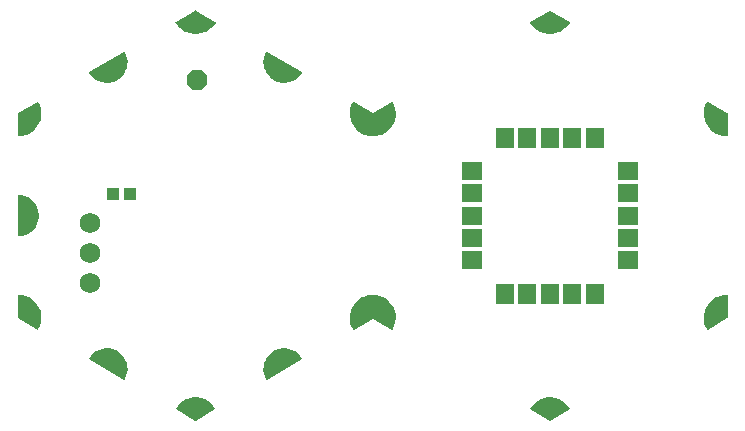
<source format=gbr>
G04 EAGLE Gerber RS-274X export*
G75*
%MOMM*%
%FSLAX34Y34*%
%LPD*%
%INSoldermask Top*%
%IPPOS*%
%AMOC8*
5,1,8,0,0,1.08239X$1,22.5*%
G01*
%ADD10C,1.203200*%
%ADD11P,1.869504X8X22.500000*%
%ADD12C,1.727200*%
%ADD13R,1.800000X1.500000*%
%ADD14R,1.500000X1.800000*%
%ADD15R,1.003200X1.003200*%

G36*
X8Y154416D02*
X8Y154416D01*
X21Y154415D01*
X3071Y154657D01*
X3104Y154667D01*
X3150Y154670D01*
X6122Y155399D01*
X6153Y155413D01*
X6198Y155424D01*
X6262Y155451D01*
X7438Y155951D01*
X8614Y156450D01*
X9015Y156620D01*
X9043Y156639D01*
X9086Y156657D01*
X11674Y158290D01*
X11699Y158313D01*
X11738Y158338D01*
X14031Y160364D01*
X14052Y160391D01*
X14087Y160422D01*
X16025Y162790D01*
X16041Y162820D01*
X16071Y162856D01*
X17604Y165504D01*
X17615Y165536D01*
X17638Y165577D01*
X17691Y165716D01*
X17692Y165716D01*
X17692Y165717D01*
X18452Y167713D01*
X18452Y167714D01*
X18642Y168213D01*
X18727Y168436D01*
X18732Y168470D01*
X18749Y168514D01*
X19365Y171511D01*
X19365Y171545D01*
X19375Y171591D01*
X19501Y174648D01*
X19496Y174681D01*
X19498Y174728D01*
X19133Y177766D01*
X19123Y177798D01*
X19117Y177845D01*
X18269Y180785D01*
X18254Y180815D01*
X18241Y180860D01*
X16933Y183626D01*
X16915Y183649D01*
X16905Y183676D01*
X16856Y183728D01*
X16813Y183785D01*
X16789Y183800D01*
X16769Y183820D01*
X16703Y183849D01*
X16642Y183885D01*
X16613Y183889D01*
X16587Y183900D01*
X16515Y183901D01*
X16444Y183910D01*
X16417Y183903D01*
X16388Y183903D01*
X16294Y183868D01*
X16253Y183857D01*
X16245Y183850D01*
X16232Y183845D01*
X-19Y174489D01*
X-16270Y183845D01*
X-16297Y183854D01*
X-16320Y183871D01*
X-16391Y183885D01*
X-16458Y183908D01*
X-16487Y183906D01*
X-16515Y183912D01*
X-16585Y183898D01*
X-16657Y183892D01*
X-16682Y183879D01*
X-16710Y183874D01*
X-16769Y183834D01*
X-16833Y183801D01*
X-16851Y183778D01*
X-16875Y183762D01*
X-16933Y183680D01*
X-16959Y183647D01*
X-16962Y183637D01*
X-16970Y183626D01*
X-18279Y180860D01*
X-18287Y180827D01*
X-18307Y180785D01*
X-19155Y177845D01*
X-19157Y177811D01*
X-19171Y177766D01*
X-19536Y174728D01*
X-19533Y174694D01*
X-19539Y174648D01*
X-19412Y171591D01*
X-19404Y171558D01*
X-19402Y171511D01*
X-18787Y168514D01*
X-18773Y168482D01*
X-18764Y168436D01*
X-17676Y165577D01*
X-17658Y165548D01*
X-17641Y165504D01*
X-16108Y162856D01*
X-16086Y162831D01*
X-16062Y162790D01*
X-14124Y160422D01*
X-14098Y160401D01*
X-14069Y160364D01*
X-11776Y158338D01*
X-11747Y158321D01*
X-11712Y158290D01*
X-9124Y156657D01*
X-9092Y156645D01*
X-9052Y156620D01*
X-6236Y155424D01*
X-6203Y155417D01*
X-6160Y155399D01*
X-3188Y154670D01*
X-3154Y154669D01*
X-3109Y154657D01*
X-58Y154415D01*
X-30Y154418D01*
X-2Y154414D01*
X8Y154416D01*
G37*
G36*
X16548Y-9273D02*
X16548Y-9273D01*
X16619Y-9267D01*
X16644Y-9254D01*
X16673Y-9249D01*
X16732Y-9209D01*
X16795Y-9176D01*
X16814Y-9153D01*
X16837Y-9137D01*
X16895Y-9055D01*
X16922Y-9022D01*
X16925Y-9012D01*
X16933Y-9001D01*
X18241Y-6235D01*
X18249Y-6202D01*
X18269Y-6160D01*
X19117Y-3220D01*
X19120Y-3186D01*
X19133Y-3141D01*
X19498Y-103D01*
X19496Y-69D01*
X19501Y-23D01*
X19375Y3034D01*
X19366Y3067D01*
X19365Y3114D01*
X18749Y6111D01*
X18736Y6143D01*
X18727Y6189D01*
X17638Y9048D01*
X17620Y9077D01*
X17604Y9121D01*
X16071Y11769D01*
X16048Y11794D01*
X16025Y11835D01*
X14087Y14203D01*
X14061Y14224D01*
X14031Y14261D01*
X11738Y16287D01*
X11709Y16304D01*
X11674Y16335D01*
X9086Y17968D01*
X9054Y17980D01*
X9015Y18005D01*
X6198Y19201D01*
X6165Y19208D01*
X6122Y19226D01*
X3150Y19955D01*
X3116Y19956D01*
X3071Y19968D01*
X21Y20210D01*
X-7Y20207D01*
X-35Y20211D01*
X-45Y20209D01*
X-58Y20210D01*
X-3109Y19968D01*
X-3141Y19958D01*
X-3188Y19955D01*
X-6160Y19226D01*
X-6190Y19212D01*
X-6236Y19201D01*
X-6400Y19131D01*
X-7576Y18632D01*
X-8752Y18132D01*
X-9052Y18005D01*
X-9080Y17986D01*
X-9124Y17968D01*
X-11712Y16335D01*
X-11736Y16312D01*
X-11776Y16287D01*
X-14069Y14261D01*
X-14089Y14234D01*
X-14124Y14203D01*
X-16062Y11835D01*
X-16078Y11805D01*
X-16108Y11769D01*
X-17641Y9121D01*
X-17652Y9089D01*
X-17676Y9048D01*
X-18764Y6189D01*
X-18770Y6155D01*
X-18787Y6111D01*
X-19402Y3114D01*
X-19402Y3080D01*
X-19412Y3034D01*
X-19539Y-23D01*
X-19534Y-56D01*
X-19536Y-103D01*
X-19171Y-3141D01*
X-19160Y-3173D01*
X-19155Y-3220D01*
X-18307Y-6160D01*
X-18291Y-6190D01*
X-18279Y-6235D01*
X-16970Y-9001D01*
X-16953Y-9024D01*
X-16943Y-9051D01*
X-16894Y-9103D01*
X-16851Y-9160D01*
X-16826Y-9175D01*
X-16807Y-9195D01*
X-16741Y-9224D01*
X-16679Y-9260D01*
X-16651Y-9264D01*
X-16624Y-9275D01*
X-16553Y-9276D01*
X-16482Y-9285D01*
X-16454Y-9278D01*
X-16426Y-9278D01*
X-16331Y-9243D01*
X-16290Y-9232D01*
X-16282Y-9225D01*
X-16270Y-9220D01*
X-19Y136D01*
X16232Y-9220D01*
X16259Y-9229D01*
X16283Y-9246D01*
X16353Y-9260D01*
X16421Y-9283D01*
X16449Y-9281D01*
X16477Y-9287D01*
X16548Y-9273D01*
G37*
G36*
X-299991Y69816D02*
X-299991Y69816D01*
X-299978Y69815D01*
X-297179Y70047D01*
X-297146Y70057D01*
X-297098Y70060D01*
X-294376Y70750D01*
X-294345Y70765D01*
X-294298Y70776D01*
X-291727Y71904D01*
X-291699Y71924D01*
X-291655Y71943D01*
X-289304Y73479D01*
X-289279Y73504D01*
X-289239Y73530D01*
X-287173Y75431D01*
X-287161Y75448D01*
X-287148Y75457D01*
X-287138Y75473D01*
X-287117Y75492D01*
X-285393Y77708D01*
X-285378Y77739D01*
X-285348Y77777D01*
X-284012Y80246D01*
X-284001Y80279D01*
X-283978Y80322D01*
X-283067Y82977D01*
X-283062Y83012D01*
X-283047Y83057D01*
X-282584Y85826D01*
X-282586Y85861D01*
X-282578Y85909D01*
X-282578Y88716D01*
X-282584Y88750D01*
X-282584Y88799D01*
X-283047Y91568D01*
X-283059Y91600D01*
X-283067Y91648D01*
X-283978Y94303D01*
X-283996Y94333D01*
X-284012Y94379D01*
X-285348Y96848D01*
X-285370Y96875D01*
X-285393Y96917D01*
X-287117Y99133D01*
X-287144Y99156D01*
X-287173Y99194D01*
X-289239Y101095D01*
X-289269Y101113D01*
X-289304Y101146D01*
X-291655Y102682D01*
X-291687Y102694D01*
X-291727Y102721D01*
X-294298Y103849D01*
X-294332Y103856D01*
X-294376Y103875D01*
X-297098Y104565D01*
X-297133Y104566D01*
X-297179Y104578D01*
X-299978Y104810D01*
X-300006Y104807D01*
X-300035Y104811D01*
X-300104Y104795D01*
X-300175Y104787D01*
X-300200Y104772D01*
X-300229Y104765D01*
X-300286Y104723D01*
X-300348Y104688D01*
X-300365Y104665D01*
X-300389Y104648D01*
X-300425Y104587D01*
X-300468Y104530D01*
X-300475Y104502D01*
X-300490Y104477D01*
X-300507Y104378D01*
X-300517Y104337D01*
X-300516Y104326D01*
X-300518Y104313D01*
X-300518Y70313D01*
X-300512Y70284D01*
X-300515Y70255D01*
X-300493Y70187D01*
X-300478Y70118D01*
X-300462Y70094D01*
X-300453Y70066D01*
X-300406Y70012D01*
X-300366Y69954D01*
X-300341Y69938D01*
X-300322Y69916D01*
X-300258Y69885D01*
X-300198Y69847D01*
X-300170Y69842D01*
X-300143Y69829D01*
X-300044Y69821D01*
X-300002Y69814D01*
X-299991Y69816D01*
G37*
G36*
X-210253Y-51573D02*
X-210253Y-51573D01*
X-210182Y-51568D01*
X-210156Y-51554D01*
X-210127Y-51549D01*
X-210069Y-51509D01*
X-210005Y-51476D01*
X-209987Y-51454D01*
X-209963Y-51437D01*
X-209906Y-51356D01*
X-209879Y-51323D01*
X-209875Y-51312D01*
X-209867Y-51301D01*
X-208669Y-48765D01*
X-208661Y-48732D01*
X-208640Y-48688D01*
X-207875Y-45990D01*
X-207872Y-45956D01*
X-207859Y-45909D01*
X-207549Y-43122D01*
X-207551Y-43093D01*
X-207550Y-43083D01*
X-207551Y-43078D01*
X-207546Y-43039D01*
X-207699Y-40239D01*
X-207708Y-40206D01*
X-207710Y-40157D01*
X-208322Y-37420D01*
X-208336Y-37389D01*
X-208346Y-37342D01*
X-209400Y-34743D01*
X-209419Y-34714D01*
X-209437Y-34669D01*
X-210904Y-32279D01*
X-210928Y-32253D01*
X-210953Y-32212D01*
X-212794Y-30096D01*
X-212821Y-30075D01*
X-212853Y-30039D01*
X-215016Y-28254D01*
X-215047Y-28238D01*
X-215084Y-28207D01*
X-217512Y-26804D01*
X-217545Y-26793D01*
X-217586Y-26768D01*
X-220212Y-25783D01*
X-220246Y-25778D01*
X-220291Y-25761D01*
X-223044Y-25221D01*
X-223078Y-25222D01*
X-223126Y-25212D01*
X-225929Y-25133D01*
X-225963Y-25139D01*
X-226011Y-25138D01*
X-228789Y-25521D01*
X-228822Y-25532D01*
X-228870Y-25539D01*
X-231547Y-26374D01*
X-231578Y-26391D01*
X-231623Y-26405D01*
X-234127Y-27670D01*
X-234154Y-27691D01*
X-234197Y-27713D01*
X-236458Y-29373D01*
X-236481Y-29398D01*
X-236520Y-29427D01*
X-238477Y-31436D01*
X-238496Y-31465D01*
X-238529Y-31499D01*
X-240129Y-33803D01*
X-240140Y-33830D01*
X-240159Y-33852D01*
X-240179Y-33920D01*
X-240207Y-33985D01*
X-240208Y-34015D01*
X-240216Y-34043D01*
X-240208Y-34113D01*
X-240209Y-34184D01*
X-240197Y-34211D01*
X-240194Y-34240D01*
X-240159Y-34302D01*
X-240132Y-34368D01*
X-240111Y-34388D01*
X-240097Y-34414D01*
X-240020Y-34477D01*
X-239990Y-34507D01*
X-239979Y-34511D01*
X-239969Y-34520D01*
X-210569Y-51520D01*
X-210541Y-51529D01*
X-210517Y-51546D01*
X-210448Y-51560D01*
X-210380Y-51583D01*
X-210351Y-51581D01*
X-210323Y-51587D01*
X-210253Y-51573D01*
G37*
G36*
X-223126Y199837D02*
X-223126Y199837D01*
X-223092Y199845D01*
X-223044Y199846D01*
X-220291Y200386D01*
X-220259Y200399D01*
X-220212Y200408D01*
X-217586Y201393D01*
X-217557Y201412D01*
X-217512Y201429D01*
X-215084Y202832D01*
X-215058Y202855D01*
X-215016Y202879D01*
X-212853Y204664D01*
X-212831Y204691D01*
X-212794Y204721D01*
X-210953Y206837D01*
X-210936Y206868D01*
X-210904Y206904D01*
X-209437Y209294D01*
X-209425Y209327D01*
X-209400Y209368D01*
X-208346Y211967D01*
X-208340Y212001D01*
X-208322Y212045D01*
X-207710Y214782D01*
X-207710Y214817D01*
X-207699Y214864D01*
X-207546Y217664D01*
X-207551Y217699D01*
X-207549Y217747D01*
X-207859Y220534D01*
X-207870Y220567D01*
X-207875Y220615D01*
X-208640Y223313D01*
X-208656Y223344D01*
X-208669Y223390D01*
X-209867Y225926D01*
X-209885Y225949D01*
X-209895Y225977D01*
X-209944Y226028D01*
X-209986Y226085D01*
X-210012Y226100D01*
X-210032Y226121D01*
X-210097Y226149D01*
X-210158Y226185D01*
X-210187Y226189D01*
X-210214Y226201D01*
X-210285Y226201D01*
X-210356Y226210D01*
X-210384Y226203D01*
X-210413Y226203D01*
X-210506Y226168D01*
X-210547Y226157D01*
X-210556Y226150D01*
X-210569Y226145D01*
X-239969Y209145D01*
X-239990Y209125D01*
X-240017Y209113D01*
X-240064Y209060D01*
X-240118Y209013D01*
X-240130Y208987D01*
X-240150Y208965D01*
X-240173Y208897D01*
X-240203Y208833D01*
X-240204Y208804D01*
X-240214Y208777D01*
X-240209Y208706D01*
X-240212Y208635D01*
X-240202Y208607D01*
X-240200Y208578D01*
X-240157Y208488D01*
X-240142Y208448D01*
X-240135Y208440D01*
X-240129Y208428D01*
X-238529Y206124D01*
X-238504Y206100D01*
X-238477Y206061D01*
X-236520Y204052D01*
X-236491Y204032D01*
X-236458Y203998D01*
X-234197Y202338D01*
X-234165Y202324D01*
X-234127Y202295D01*
X-231623Y201030D01*
X-231590Y201021D01*
X-231547Y200999D01*
X-228870Y200164D01*
X-228835Y200160D01*
X-228789Y200146D01*
X-226011Y199763D01*
X-225977Y199765D01*
X-225929Y199758D01*
X-223126Y199837D01*
G37*
G36*
X-89654Y-51578D02*
X-89654Y-51578D01*
X-89625Y-51578D01*
X-89532Y-51543D01*
X-89491Y-51532D01*
X-89482Y-51525D01*
X-89469Y-51520D01*
X-60069Y-34520D01*
X-60047Y-34500D01*
X-60021Y-34488D01*
X-59973Y-34435D01*
X-59920Y-34388D01*
X-59907Y-34362D01*
X-59888Y-34340D01*
X-59865Y-34272D01*
X-59834Y-34208D01*
X-59833Y-34179D01*
X-59824Y-34152D01*
X-59829Y-34081D01*
X-59826Y-34010D01*
X-59836Y-33982D01*
X-59838Y-33953D01*
X-59880Y-33863D01*
X-59895Y-33823D01*
X-59903Y-33815D01*
X-59909Y-33803D01*
X-61508Y-31499D01*
X-61533Y-31475D01*
X-61561Y-31436D01*
X-63518Y-29427D01*
X-63546Y-29407D01*
X-63580Y-29373D01*
X-65841Y-27713D01*
X-65872Y-27699D01*
X-65911Y-27670D01*
X-68414Y-26405D01*
X-68447Y-26396D01*
X-68490Y-26374D01*
X-71168Y-25539D01*
X-71202Y-25535D01*
X-71248Y-25521D01*
X-74026Y-25138D01*
X-74061Y-25140D01*
X-74109Y-25133D01*
X-76912Y-25212D01*
X-76946Y-25220D01*
X-76994Y-25221D01*
X-79746Y-25761D01*
X-79778Y-25774D01*
X-79825Y-25783D01*
X-82451Y-26768D01*
X-82481Y-26787D01*
X-82526Y-26804D01*
X-84954Y-28207D01*
X-84980Y-28230D01*
X-85021Y-28254D01*
X-87185Y-30039D01*
X-87207Y-30066D01*
X-87244Y-30096D01*
X-89084Y-32212D01*
X-89102Y-32243D01*
X-89133Y-32279D01*
X-90600Y-34669D01*
X-90612Y-34702D01*
X-90638Y-34743D01*
X-91691Y-37342D01*
X-91698Y-37376D01*
X-91716Y-37420D01*
X-92327Y-40157D01*
X-92328Y-40192D01*
X-92338Y-40239D01*
X-92491Y-43039D01*
X-92486Y-43074D01*
X-92489Y-43122D01*
X-92178Y-45909D01*
X-92168Y-45942D01*
X-92163Y-45990D01*
X-91398Y-48688D01*
X-91382Y-48719D01*
X-91369Y-48765D01*
X-90170Y-51301D01*
X-90153Y-51324D01*
X-90142Y-51352D01*
X-90094Y-51403D01*
X-90051Y-51460D01*
X-90026Y-51475D01*
X-90006Y-51496D01*
X-89941Y-51524D01*
X-89879Y-51560D01*
X-89850Y-51564D01*
X-89824Y-51576D01*
X-89753Y-51576D01*
X-89682Y-51585D01*
X-89654Y-51578D01*
G37*
G36*
X-74074Y199764D02*
X-74074Y199764D01*
X-74026Y199763D01*
X-71248Y200146D01*
X-71215Y200157D01*
X-71168Y200164D01*
X-68490Y200999D01*
X-68460Y201016D01*
X-68414Y201030D01*
X-65911Y202295D01*
X-65884Y202316D01*
X-65841Y202338D01*
X-63580Y203998D01*
X-63557Y204023D01*
X-63518Y204052D01*
X-61561Y206061D01*
X-61542Y206090D01*
X-61508Y206124D01*
X-59909Y208428D01*
X-59897Y208455D01*
X-59879Y208477D01*
X-59858Y208545D01*
X-59830Y208610D01*
X-59830Y208640D01*
X-59822Y208668D01*
X-59829Y208738D01*
X-59829Y208809D01*
X-59840Y208836D01*
X-59843Y208865D01*
X-59878Y208927D01*
X-59906Y208993D01*
X-59926Y209013D01*
X-59941Y209039D01*
X-60017Y209102D01*
X-60048Y209132D01*
X-60058Y209136D01*
X-60069Y209145D01*
X-89469Y226145D01*
X-89497Y226154D01*
X-89520Y226171D01*
X-89590Y226185D01*
X-89657Y226208D01*
X-89686Y226206D01*
X-89715Y226212D01*
X-89785Y226198D01*
X-89856Y226193D01*
X-89882Y226179D01*
X-89910Y226174D01*
X-89969Y226134D01*
X-90032Y226101D01*
X-90051Y226079D01*
X-90075Y226062D01*
X-90132Y225981D01*
X-90159Y225948D01*
X-90162Y225937D01*
X-90170Y225926D01*
X-91369Y223390D01*
X-91377Y223357D01*
X-91398Y223313D01*
X-92163Y220615D01*
X-92165Y220581D01*
X-92178Y220534D01*
X-92489Y217747D01*
X-92486Y217719D01*
X-92487Y217714D01*
X-92486Y217709D01*
X-92491Y217664D01*
X-92338Y214864D01*
X-92330Y214831D01*
X-92327Y214782D01*
X-91716Y212045D01*
X-91702Y212014D01*
X-91691Y211967D01*
X-90638Y209368D01*
X-90618Y209339D01*
X-90600Y209294D01*
X-89133Y206904D01*
X-89110Y206878D01*
X-89084Y206837D01*
X-87244Y204721D01*
X-87216Y204700D01*
X-87185Y204664D01*
X-85021Y202879D01*
X-84991Y202863D01*
X-84954Y202832D01*
X-82526Y201429D01*
X-82493Y201418D01*
X-82451Y201393D01*
X-79825Y200408D01*
X-79791Y200403D01*
X-79746Y200386D01*
X-76994Y199846D01*
X-76959Y199847D01*
X-76912Y199837D01*
X-74109Y199758D01*
X-74074Y199764D01*
G37*
G36*
X-300010Y154377D02*
X-300010Y154377D01*
X-299997Y154375D01*
X-296941Y154622D01*
X-296908Y154632D01*
X-296861Y154635D01*
X-293884Y155369D01*
X-293854Y155383D01*
X-293808Y155394D01*
X-290987Y156596D01*
X-290959Y156615D01*
X-290916Y156633D01*
X-288325Y158272D01*
X-288300Y158296D01*
X-288260Y158321D01*
X-285965Y160354D01*
X-285945Y160381D01*
X-285910Y160412D01*
X-283970Y162787D01*
X-283955Y162817D01*
X-283925Y162853D01*
X-282392Y165508D01*
X-282381Y165541D01*
X-282357Y165581D01*
X-281270Y168448D01*
X-281264Y168481D01*
X-281248Y168525D01*
X-280634Y171529D01*
X-280634Y171563D01*
X-280625Y171609D01*
X-280501Y174673D01*
X-280507Y174706D01*
X-280504Y174753D01*
X-280874Y177797D01*
X-280885Y177829D01*
X-280890Y177876D01*
X-281743Y180821D01*
X-281759Y180851D01*
X-281772Y180896D01*
X-283086Y183666D01*
X-283103Y183689D01*
X-283114Y183716D01*
X-283163Y183768D01*
X-283205Y183825D01*
X-283230Y183840D01*
X-283250Y183861D01*
X-283316Y183889D01*
X-283377Y183925D01*
X-283406Y183929D01*
X-283433Y183940D01*
X-283504Y183941D01*
X-283575Y183950D01*
X-283603Y183942D01*
X-283631Y183942D01*
X-283725Y183907D01*
X-283766Y183896D01*
X-283775Y183889D01*
X-283787Y183884D01*
X-300265Y174345D01*
X-300322Y174293D01*
X-300384Y174248D01*
X-300396Y174228D01*
X-300413Y174213D01*
X-300446Y174143D01*
X-300486Y174077D01*
X-300490Y174052D01*
X-300499Y174033D01*
X-300501Y173989D01*
X-300514Y173913D01*
X-300536Y154874D01*
X-300531Y154845D01*
X-300533Y154816D01*
X-300511Y154749D01*
X-300497Y154679D01*
X-300481Y154655D01*
X-300472Y154627D01*
X-300425Y154573D01*
X-300385Y154515D01*
X-300360Y154499D01*
X-300341Y154477D01*
X-300277Y154446D01*
X-300217Y154407D01*
X-300189Y154403D01*
X-300163Y154390D01*
X-300063Y154381D01*
X-300021Y154374D01*
X-300010Y154377D01*
G37*
G36*
X-283472Y-9313D02*
X-283472Y-9313D01*
X-283401Y-9307D01*
X-283375Y-9294D01*
X-283346Y-9288D01*
X-283287Y-9248D01*
X-283224Y-9216D01*
X-283205Y-9193D01*
X-283181Y-9177D01*
X-283124Y-9095D01*
X-283097Y-9063D01*
X-283094Y-9052D01*
X-283086Y-9041D01*
X-281772Y-6271D01*
X-281763Y-6238D01*
X-281743Y-6196D01*
X-280890Y-3251D01*
X-280887Y-3217D01*
X-280874Y-3172D01*
X-280504Y-128D01*
X-280507Y-94D01*
X-280501Y-48D01*
X-280625Y3016D01*
X-280633Y3049D01*
X-280634Y3096D01*
X-281248Y6100D01*
X-281261Y6131D01*
X-281270Y6177D01*
X-282357Y9044D01*
X-282375Y9073D01*
X-282392Y9117D01*
X-283925Y11772D01*
X-283947Y11798D01*
X-283970Y11838D01*
X-285910Y14213D01*
X-285936Y14235D01*
X-285965Y14271D01*
X-288260Y16305D01*
X-288290Y16321D01*
X-288325Y16353D01*
X-290916Y17992D01*
X-290948Y18004D01*
X-290987Y18029D01*
X-293808Y19231D01*
X-293841Y19238D01*
X-293884Y19256D01*
X-296861Y19990D01*
X-296895Y19991D01*
X-296941Y20003D01*
X-299997Y20250D01*
X-300026Y20246D01*
X-300054Y20251D01*
X-300124Y20234D01*
X-300194Y20226D01*
X-300220Y20211D01*
X-300248Y20205D01*
X-300305Y20162D01*
X-300367Y20127D01*
X-300384Y20104D01*
X-300408Y20087D01*
X-300444Y20025D01*
X-300487Y19968D01*
X-300494Y19940D01*
X-300509Y19915D01*
X-300525Y19817D01*
X-300536Y19776D01*
X-300534Y19765D01*
X-300536Y19751D01*
X-300514Y712D01*
X-300498Y637D01*
X-300490Y560D01*
X-300478Y540D01*
X-300474Y517D01*
X-300430Y454D01*
X-300393Y387D01*
X-300373Y370D01*
X-300361Y353D01*
X-300323Y329D01*
X-300265Y280D01*
X-283787Y-9259D01*
X-283760Y-9268D01*
X-283736Y-9285D01*
X-283666Y-9300D01*
X-283599Y-9322D01*
X-283570Y-9320D01*
X-283542Y-9326D01*
X-283472Y-9313D01*
G37*
G36*
X149997Y-86377D02*
X149997Y-86377D01*
X150074Y-86378D01*
X150099Y-86369D01*
X150119Y-86367D01*
X150159Y-86347D01*
X150230Y-86320D01*
X166730Y-76820D01*
X166752Y-76801D01*
X166778Y-76789D01*
X166812Y-76751D01*
X166815Y-76749D01*
X166818Y-76745D01*
X166826Y-76736D01*
X166879Y-76689D01*
X166892Y-76663D01*
X166911Y-76641D01*
X166935Y-76574D01*
X166965Y-76509D01*
X166967Y-76480D01*
X166976Y-76453D01*
X166971Y-76382D01*
X166975Y-76311D01*
X166965Y-76284D01*
X166963Y-76255D01*
X166920Y-76164D01*
X166905Y-76124D01*
X166898Y-76116D01*
X166892Y-76104D01*
X165150Y-73580D01*
X165126Y-73557D01*
X165100Y-73518D01*
X162976Y-71307D01*
X162948Y-71288D01*
X162915Y-71254D01*
X160464Y-69412D01*
X160433Y-69397D01*
X160396Y-69369D01*
X157681Y-67944D01*
X157649Y-67934D01*
X157607Y-67912D01*
X154699Y-66941D01*
X154673Y-66938D01*
X154663Y-66937D01*
X154621Y-66922D01*
X151594Y-66430D01*
X151561Y-66432D01*
X151514Y-66424D01*
X148448Y-66424D01*
X148415Y-66431D01*
X148368Y-66430D01*
X145342Y-66922D01*
X145310Y-66934D01*
X145264Y-66941D01*
X142355Y-67912D01*
X142326Y-67929D01*
X142281Y-67944D01*
X139566Y-69369D01*
X139540Y-69390D01*
X139498Y-69412D01*
X137047Y-71254D01*
X137025Y-71279D01*
X136987Y-71307D01*
X134863Y-73518D01*
X134845Y-73547D01*
X134812Y-73580D01*
X133070Y-76104D01*
X133059Y-76131D01*
X133041Y-76153D01*
X133020Y-76221D01*
X132992Y-76287D01*
X132992Y-76316D01*
X132984Y-76343D01*
X132992Y-76415D01*
X132992Y-76486D01*
X133003Y-76512D01*
X133006Y-76541D01*
X133041Y-76603D01*
X133069Y-76669D01*
X133090Y-76689D01*
X133104Y-76714D01*
X133167Y-76766D01*
X133171Y-76772D01*
X133180Y-76777D01*
X133181Y-76778D01*
X133211Y-76808D01*
X133222Y-76812D01*
X133232Y-76820D01*
X149732Y-86320D01*
X149805Y-86344D01*
X149876Y-86375D01*
X149899Y-86376D01*
X149921Y-86383D01*
X149997Y-86377D01*
G37*
G36*
X-150003Y-86377D02*
X-150003Y-86377D01*
X-149926Y-86378D01*
X-149901Y-86369D01*
X-149881Y-86367D01*
X-149841Y-86347D01*
X-149770Y-86320D01*
X-133270Y-76820D01*
X-133248Y-76801D01*
X-133222Y-76789D01*
X-133188Y-76751D01*
X-133185Y-76749D01*
X-133182Y-76745D01*
X-133174Y-76736D01*
X-133121Y-76689D01*
X-133108Y-76663D01*
X-133089Y-76641D01*
X-133065Y-76574D01*
X-133035Y-76509D01*
X-133033Y-76480D01*
X-133024Y-76453D01*
X-133029Y-76382D01*
X-133025Y-76311D01*
X-133036Y-76284D01*
X-133038Y-76255D01*
X-133080Y-76164D01*
X-133095Y-76124D01*
X-133102Y-76116D01*
X-133108Y-76104D01*
X-134850Y-73580D01*
X-134874Y-73557D01*
X-134900Y-73518D01*
X-137025Y-71307D01*
X-137052Y-71288D01*
X-137085Y-71254D01*
X-139536Y-69412D01*
X-139567Y-69397D01*
X-139604Y-69369D01*
X-142319Y-67944D01*
X-142351Y-67934D01*
X-142393Y-67912D01*
X-145301Y-66941D01*
X-145327Y-66938D01*
X-145337Y-66937D01*
X-145379Y-66922D01*
X-148406Y-66430D01*
X-148439Y-66432D01*
X-148486Y-66424D01*
X-151552Y-66424D01*
X-151585Y-66431D01*
X-151632Y-66430D01*
X-154658Y-66922D01*
X-154690Y-66934D01*
X-154736Y-66941D01*
X-157645Y-67912D01*
X-157674Y-67929D01*
X-157719Y-67944D01*
X-160434Y-69369D01*
X-160460Y-69390D01*
X-160502Y-69412D01*
X-162953Y-71254D01*
X-162975Y-71279D01*
X-163013Y-71307D01*
X-165137Y-73518D01*
X-165155Y-73547D01*
X-165188Y-73580D01*
X-166930Y-76104D01*
X-166941Y-76131D01*
X-166959Y-76153D01*
X-166980Y-76221D01*
X-167008Y-76287D01*
X-167008Y-76316D01*
X-167016Y-76343D01*
X-167008Y-76415D01*
X-167008Y-76486D01*
X-166997Y-76512D01*
X-166994Y-76541D01*
X-166959Y-76603D01*
X-166931Y-76669D01*
X-166910Y-76689D01*
X-166896Y-76714D01*
X-166833Y-76766D01*
X-166829Y-76772D01*
X-166820Y-76777D01*
X-166819Y-76778D01*
X-166789Y-76808D01*
X-166778Y-76812D01*
X-166768Y-76820D01*
X-150268Y-86320D01*
X-150195Y-86344D01*
X-150124Y-86375D01*
X-150101Y-86376D01*
X-150079Y-86383D01*
X-150003Y-86377D01*
G37*
G36*
X-148452Y241056D02*
X-148452Y241056D01*
X-148406Y241055D01*
X-145379Y241547D01*
X-145347Y241559D01*
X-145301Y241566D01*
X-142393Y242537D01*
X-142363Y242554D01*
X-142319Y242569D01*
X-139604Y243994D01*
X-139578Y244015D01*
X-139536Y244037D01*
X-137085Y245879D01*
X-137062Y245904D01*
X-137025Y245932D01*
X-134900Y248143D01*
X-134882Y248172D01*
X-134850Y248205D01*
X-133108Y250729D01*
X-133097Y250756D01*
X-133078Y250778D01*
X-133058Y250846D01*
X-133030Y250912D01*
X-133030Y250941D01*
X-133021Y250968D01*
X-133029Y251040D01*
X-133029Y251111D01*
X-133040Y251137D01*
X-133044Y251166D01*
X-133079Y251228D01*
X-133106Y251294D01*
X-133127Y251314D01*
X-133141Y251339D01*
X-133218Y251403D01*
X-133249Y251433D01*
X-133259Y251437D01*
X-133270Y251445D01*
X-149770Y260945D01*
X-149842Y260969D01*
X-149913Y261000D01*
X-149936Y261001D01*
X-149958Y261008D01*
X-150035Y261002D01*
X-150112Y261003D01*
X-150136Y260994D01*
X-150157Y260992D01*
X-150196Y260972D01*
X-150268Y260945D01*
X-166768Y251445D01*
X-166790Y251426D01*
X-166816Y251414D01*
X-166864Y251361D01*
X-166917Y251314D01*
X-166930Y251288D01*
X-166949Y251266D01*
X-166972Y251199D01*
X-167003Y251134D01*
X-167004Y251105D01*
X-167014Y251078D01*
X-167009Y251007D01*
X-167012Y250936D01*
X-167002Y250909D01*
X-167000Y250880D01*
X-166958Y250789D01*
X-166943Y250749D01*
X-166935Y250741D01*
X-166930Y250729D01*
X-165188Y248205D01*
X-165163Y248182D01*
X-165137Y248143D01*
X-163013Y245932D01*
X-162985Y245913D01*
X-162953Y245879D01*
X-160502Y244037D01*
X-160471Y244022D01*
X-160434Y243994D01*
X-157719Y242569D01*
X-157686Y242559D01*
X-157645Y242537D01*
X-154736Y241566D01*
X-154703Y241562D01*
X-154658Y241547D01*
X-151632Y241055D01*
X-151598Y241057D01*
X-151552Y241049D01*
X-148486Y241049D01*
X-148452Y241056D01*
G37*
G36*
X151548Y241056D02*
X151548Y241056D01*
X151594Y241055D01*
X154621Y241547D01*
X154653Y241559D01*
X154699Y241566D01*
X157607Y242537D01*
X157637Y242554D01*
X157681Y242569D01*
X160396Y243994D01*
X160423Y244015D01*
X160464Y244037D01*
X162915Y245879D01*
X162938Y245904D01*
X162976Y245932D01*
X165100Y248143D01*
X165118Y248172D01*
X165150Y248205D01*
X166892Y250729D01*
X166904Y250756D01*
X166922Y250778D01*
X166942Y250846D01*
X166970Y250912D01*
X166970Y250941D01*
X166979Y250968D01*
X166971Y251040D01*
X166971Y251111D01*
X166960Y251137D01*
X166956Y251166D01*
X166921Y251228D01*
X166894Y251294D01*
X166873Y251314D01*
X166859Y251339D01*
X166782Y251403D01*
X166751Y251433D01*
X166741Y251437D01*
X166730Y251445D01*
X150230Y260945D01*
X150158Y260969D01*
X150087Y261000D01*
X150064Y261001D01*
X150042Y261008D01*
X149965Y261002D01*
X149888Y261003D01*
X149864Y260994D01*
X149844Y260992D01*
X149804Y260972D01*
X149732Y260945D01*
X133232Y251445D01*
X133211Y251426D01*
X133184Y251414D01*
X133137Y251361D01*
X133083Y251314D01*
X133071Y251288D01*
X133051Y251266D01*
X133028Y251199D01*
X132997Y251134D01*
X132996Y251105D01*
X132986Y251078D01*
X132991Y251007D01*
X132988Y250936D01*
X132998Y250909D01*
X133000Y250880D01*
X133042Y250789D01*
X133057Y250749D01*
X133065Y250741D01*
X133070Y250729D01*
X134812Y248205D01*
X134837Y248182D01*
X134863Y248143D01*
X136987Y245932D01*
X137015Y245913D01*
X137047Y245879D01*
X139498Y244037D01*
X139529Y244022D01*
X139566Y243994D01*
X142281Y242569D01*
X142314Y242559D01*
X142355Y242537D01*
X145264Y241566D01*
X145297Y241562D01*
X145342Y241547D01*
X148368Y241055D01*
X148402Y241057D01*
X148448Y241049D01*
X151514Y241049D01*
X151548Y241056D01*
G37*
G36*
X300068Y154430D02*
X300068Y154430D01*
X300139Y154439D01*
X300164Y154453D01*
X300191Y154460D01*
X300249Y154502D01*
X300311Y154538D01*
X300329Y154561D01*
X300351Y154577D01*
X300388Y154639D01*
X300431Y154697D01*
X300438Y154724D01*
X300453Y154748D01*
X300470Y154849D01*
X300480Y154889D01*
X300478Y154900D01*
X300481Y154913D01*
X300481Y173913D01*
X300465Y173989D01*
X300456Y174066D01*
X300445Y174086D01*
X300441Y174107D01*
X300397Y174172D01*
X300359Y174239D01*
X300340Y174255D01*
X300328Y174271D01*
X300291Y174295D01*
X300230Y174345D01*
X283730Y183845D01*
X283703Y183854D01*
X283680Y183871D01*
X283609Y183885D01*
X283542Y183908D01*
X283513Y183906D01*
X283485Y183912D01*
X283415Y183898D01*
X283344Y183892D01*
X283318Y183879D01*
X283290Y183874D01*
X283231Y183834D01*
X283167Y183801D01*
X283149Y183778D01*
X283125Y183762D01*
X283067Y183680D01*
X283041Y183647D01*
X283038Y183637D01*
X283030Y183626D01*
X281722Y180860D01*
X281713Y180827D01*
X281693Y180785D01*
X280845Y177845D01*
X280843Y177811D01*
X280829Y177766D01*
X280464Y174728D01*
X280467Y174694D01*
X280461Y174648D01*
X280588Y171591D01*
X280596Y171558D01*
X280598Y171511D01*
X281213Y168514D01*
X281227Y168482D01*
X281236Y168436D01*
X282324Y165577D01*
X282342Y165548D01*
X282359Y165504D01*
X283892Y162856D01*
X283914Y162831D01*
X283938Y162790D01*
X285876Y160422D01*
X285902Y160401D01*
X285931Y160364D01*
X288224Y158338D01*
X288253Y158321D01*
X288288Y158290D01*
X290876Y156657D01*
X290908Y156645D01*
X290948Y156620D01*
X293764Y155424D01*
X293797Y155417D01*
X293840Y155399D01*
X296812Y154670D01*
X296846Y154669D01*
X296891Y154657D01*
X299942Y154415D01*
X299970Y154418D01*
X299998Y154414D01*
X300068Y154430D01*
G37*
G36*
X283546Y-9278D02*
X283546Y-9278D01*
X283574Y-9278D01*
X283669Y-9243D01*
X283710Y-9232D01*
X283718Y-9225D01*
X283730Y-9220D01*
X300230Y280D01*
X300289Y331D01*
X300351Y377D01*
X300363Y397D01*
X300379Y411D01*
X300413Y482D01*
X300453Y548D01*
X300457Y573D01*
X300465Y591D01*
X300467Y635D01*
X300481Y713D01*
X300481Y19713D01*
X300475Y19740D01*
X300477Y19769D01*
X300455Y19837D01*
X300441Y19907D01*
X300425Y19931D01*
X300416Y19958D01*
X300369Y20012D01*
X300328Y20071D01*
X300305Y20087D01*
X300286Y20108D01*
X300221Y20140D01*
X300161Y20178D01*
X300133Y20183D01*
X300107Y20196D01*
X300006Y20205D01*
X299965Y20211D01*
X299955Y20209D01*
X299942Y20210D01*
X296891Y19968D01*
X296859Y19958D01*
X296812Y19955D01*
X293840Y19226D01*
X293810Y19212D01*
X293764Y19201D01*
X293600Y19131D01*
X292424Y18632D01*
X291248Y18132D01*
X290948Y18005D01*
X290920Y17986D01*
X290876Y17968D01*
X288288Y16335D01*
X288264Y16312D01*
X288224Y16287D01*
X285931Y14261D01*
X285911Y14234D01*
X285876Y14203D01*
X283938Y11835D01*
X283922Y11805D01*
X283892Y11769D01*
X282359Y9121D01*
X282348Y9089D01*
X282324Y9048D01*
X281236Y6189D01*
X281230Y6155D01*
X281213Y6111D01*
X280598Y3114D01*
X280598Y3080D01*
X280588Y3034D01*
X280461Y-23D01*
X280466Y-56D01*
X280464Y-103D01*
X280829Y-3141D01*
X280840Y-3173D01*
X280845Y-3220D01*
X281693Y-6160D01*
X281709Y-6190D01*
X281722Y-6235D01*
X283030Y-9001D01*
X283047Y-9024D01*
X283057Y-9051D01*
X283106Y-9103D01*
X283149Y-9160D01*
X283174Y-9175D01*
X283193Y-9195D01*
X283259Y-9224D01*
X283321Y-9260D01*
X283349Y-9264D01*
X283376Y-9275D01*
X283447Y-9276D01*
X283518Y-9285D01*
X283546Y-9278D01*
G37*
D10*
X-150019Y252513D03*
X701Y164833D03*
X701Y9793D03*
X-150019Y-77888D03*
X-221519Y211213D03*
X-78519Y211213D03*
X-78519Y-36588D03*
X-221519Y-36588D03*
X149981Y252513D03*
X293081Y169913D03*
X293081Y4713D03*
X149981Y-77888D03*
X-293086Y169913D03*
X-293086Y4713D03*
X-293119Y87313D03*
D11*
X-148431Y202406D03*
D12*
X-239713Y80963D03*
X-239713Y55563D03*
X-239713Y30163D03*
D13*
X216019Y49313D03*
D14*
X188019Y21313D03*
D13*
X216019Y68313D03*
X216019Y87313D03*
X216019Y106313D03*
X216019Y125313D03*
X84019Y49313D03*
X84019Y68313D03*
X84019Y87313D03*
X84019Y106313D03*
X84019Y125313D03*
D14*
X169019Y21313D03*
X150019Y21313D03*
X131019Y21313D03*
X112019Y21313D03*
X188019Y153313D03*
X169019Y153313D03*
X150019Y153313D03*
X131019Y153313D03*
X112019Y153313D03*
D15*
X-220225Y105569D03*
X-205225Y105569D03*
M02*

</source>
